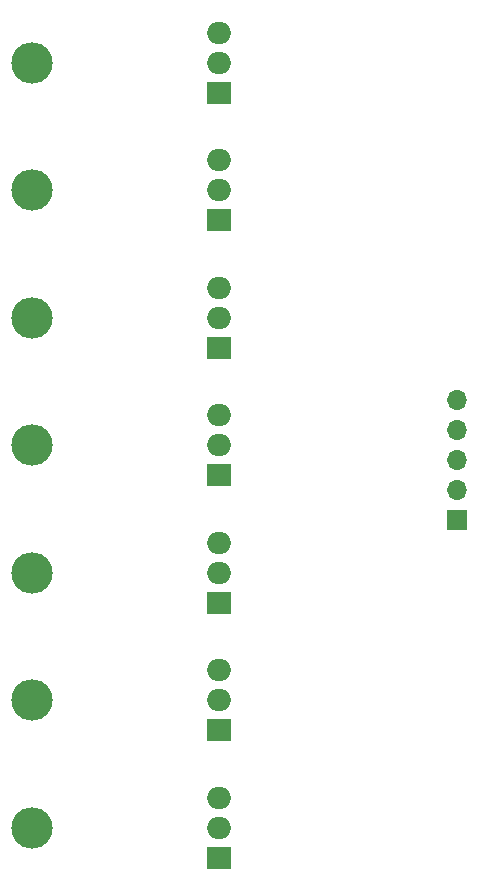
<source format=gbr>
%TF.GenerationSoftware,KiCad,Pcbnew,7.0.5+dfsg-2*%
%TF.CreationDate,2023-06-30T15:01:54+02:00*%
%TF.ProjectId,squeow_mod,73717565-6f77-45f6-9d6f-642e6b696361,rev?*%
%TF.SameCoordinates,PX2cce564PYfbec30*%
%TF.FileFunction,Soldermask,Bot*%
%TF.FilePolarity,Negative*%
%FSLAX46Y46*%
G04 Gerber Fmt 4.6, Leading zero omitted, Abs format (unit mm)*
G04 Created by KiCad (PCBNEW 7.0.5+dfsg-2) date 2023-06-30 15:01:54*
%MOMM*%
%LPD*%
G01*
G04 APERTURE LIST*
%ADD10O,2.000000X1.905000*%
%ADD11R,2.000000X1.905000*%
%ADD12O,3.500000X3.500000*%
%ADD13O,1.700000X1.700000*%
%ADD14R,1.700000X1.700000*%
G04 APERTURE END LIST*
D10*
%TO.C,D1*%
X3977500Y-56515000D03*
X3977500Y-59055000D03*
D11*
X3977500Y-61595000D03*
D12*
X-11822500Y-59055000D03*
%TD*%
D10*
%TO.C,Q3*%
X3977500Y-24130000D03*
X3977500Y-26670000D03*
D11*
X3977500Y-29210000D03*
D12*
X-11822500Y-26670000D03*
%TD*%
D10*
%TO.C,D3*%
X3977500Y-13335000D03*
X3977500Y-15875000D03*
D11*
X3977500Y-18415000D03*
D12*
X-11822500Y-15875000D03*
%TD*%
D10*
%TO.C,D2*%
X3977500Y-34925000D03*
X3977500Y-37465000D03*
D11*
X3977500Y-40005000D03*
D12*
X-11822500Y-37465000D03*
%TD*%
D13*
%TO.C,J6*%
X24137500Y-33655000D03*
X24137500Y-36195000D03*
X24137500Y-38735000D03*
X24137500Y-41275000D03*
D14*
X24137500Y-43815000D03*
%TD*%
D10*
%TO.C,Q1*%
X3977500Y-67310000D03*
X3977500Y-69850000D03*
D11*
X3977500Y-72390000D03*
D12*
X-11822500Y-69850000D03*
%TD*%
D10*
%TO.C,Q2*%
X3977500Y-45720000D03*
X3977500Y-48260000D03*
D11*
X3977500Y-50800000D03*
D12*
X-11822500Y-48260000D03*
%TD*%
D10*
%TO.C,Q4*%
X3977500Y-2540000D03*
X3977500Y-5080000D03*
D11*
X3977500Y-7620000D03*
D12*
X-11822500Y-5080000D03*
%TD*%
M02*

</source>
